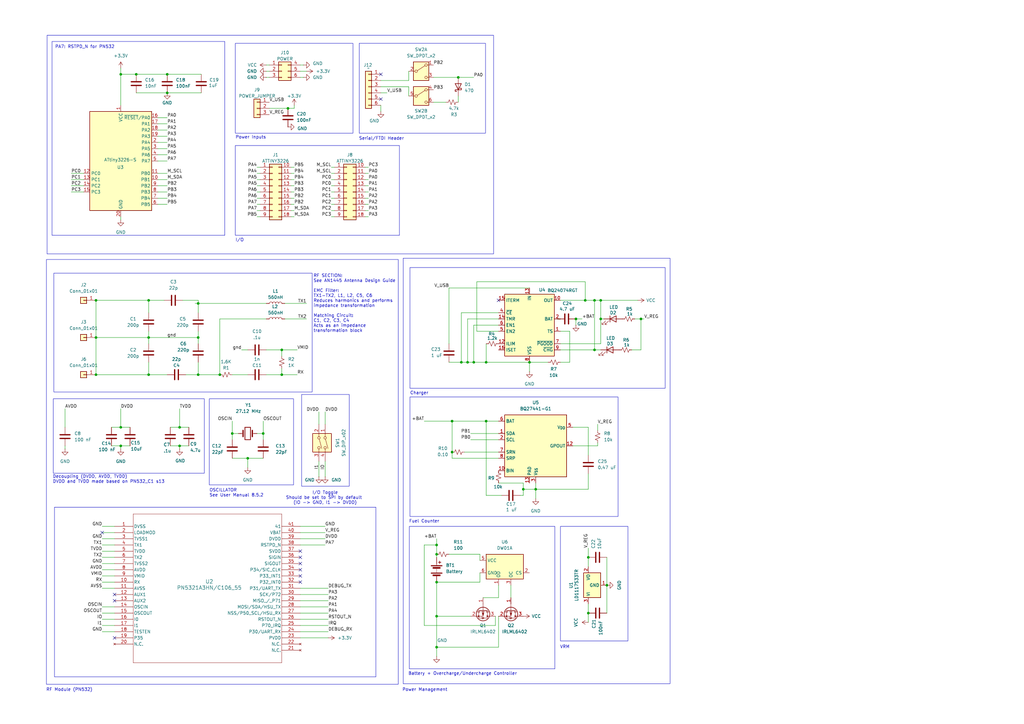
<source format=kicad_sch>
(kicad_sch (version 20231120) (generator "eeschema") (generator_version "8.0")
  (paper "A3")
  (junction (at 179.07 223.52))
  (junction (at 101.6 187.96))
  (junction (at 240.03 123.19))
  (junction (at 246.38 123.19))
  (junction (at 185.42 185.42))
  (junction (at 73.66 182.88))
  (junction (at 179.07 265.43))
  (junction (at 191.77 148.59))
  (junction (at 243.84 123.19))
  (junction (at 115.57 143.51))
  (junction (at 107.95 177.8))
  (junction (at 248.92 240.03))
  (junction (at 115.57 153.67))
  (junction (at 68.58 30.48))
  (junction (at 60.96 138.43))
  (junction (at 39.37 138.43))
  (junction (at 194.31 148.59))
  (junction (at 68.58 38.1))
  (junction (at 60.96 153.67))
  (junction (at 241.3 228.6))
  (junction (at 241.3 251.46))
  (junction (at 49.53 175.26))
  (junction (at 81.28 153.67))
  (junction (at 95.25 177.8))
  (junction (at 81.28 138.43))
  (junction (at 39.37 153.67))
  (junction (at 81.28 124.46))
  (junction (at 185.42 172.72))
  (junction (at 179.07 238.76))
  (junction (at 236.22 130.81))
  (junction (at 187.96 31.75))
  (junction (at 73.66 175.26))
  (junction (at 246.38 130.81))
  (junction (at 189.23 148.59))
  (junction (at 60.96 123.19))
  (junction (at 217.17 148.59))
  (junction (at 199.39 148.59))
  (junction (at 199.39 172.72))
  (junction (at 90.17 153.67))
  (junction (at 179.07 227.33))
  (junction (at 214.63 200.66))
  (junction (at 179.07 252.73))
  (junction (at 49.53 30.48))
  (junction (at 262.89 130.81))
  (junction (at 39.37 123.19))
  (junction (at 55.88 30.48))
  (junction (at 243.84 143.51))
  (junction (at 49.53 182.88))
  (junction (at 118.11 44.45))
  (junction (at 219.71 200.66))
  (no_connect (at 123.19 236.22))
  (no_connect (at 46.99 243.84))
  (no_connect (at 123.19 233.68))
  (no_connect (at 123.19 238.76))
  (no_connect (at 156.21 40.64))
  (no_connect (at 123.19 226.06))
  (no_connect (at 46.99 261.62))
  (no_connect (at 123.19 231.14))
  (no_connect (at 41.91 218.44))
  (no_connect (at 123.19 228.6))
  (no_connect (at 204.47 123.19))
  (no_connect (at 156.21 30.48))
  (no_connect (at 46.99 246.38))
  (wire (pts (xy 64.77 73.66) (xy 68.58 73.66)))
  (wire (pts (xy 95.25 187.96) (xy 101.6 187.96)))
  (wire (pts (xy 179.07 223.52) (xy 173.99 223.52)))
  (wire (pts (xy 60.96 148.59) (xy 60.96 153.67)))
  (wire (pts (xy 179.07 252.73) (xy 179.07 265.43)))
  (wire (pts (xy 135.89 78.74) (xy 137.16 78.74)))
  (wire (pts (xy 49.53 167.64) (xy 49.53 175.26)))
  (wire (pts (xy 105.41 73.66) (xy 106.68 73.66)))
  (wire (pts (xy 76.2 153.67) (xy 81.28 153.67)))
  (wire (pts (xy 73.66 182.88) (xy 73.66 184.15)))
  (wire (pts (xy 228.6 130.81) (xy 229.87 130.81)))
  (wire (pts (xy 173.99 223.52) (xy 173.99 256.54)))
  (wire (pts (xy 199.39 148.59) (xy 217.17 148.59)))
  (wire (pts (xy 45.72 182.88) (xy 49.53 182.88)))
  (wire (pts (xy 90.17 130.81) (xy 109.22 130.81)))
  (wire (pts (xy 241.3 228.6) (xy 241.3 224.79)))
  (wire (pts (xy 179.07 265.43) (xy 179.07 269.24)))
  (wire (pts (xy 135.89 86.36) (xy 137.16 86.36)))
  (wire (pts (xy 123.19 220.98) (xy 133.35 220.98)))
  (wire (pts (xy 68.58 38.1) (xy 82.55 38.1)))
  (wire (pts (xy 81.28 124.46) (xy 81.28 128.27)))
  (wire (pts (xy 123.19 248.92) (xy 134.62 248.92)))
  (wire (pts (xy 217.17 148.59) (xy 224.79 148.59)))
  (wire (pts (xy 80.01 124.46) (xy 81.28 124.46)))
  (wire (pts (xy 110.49 26.67) (xy 109.22 26.67)))
  (wire (pts (xy 151.13 68.58) (xy 149.86 68.58)))
  (wire (pts (xy 184.15 118.11) (xy 217.17 118.11)))
  (wire (pts (xy 219.71 198.12) (xy 219.71 200.66)))
  (wire (pts (xy 26.67 184.15) (xy 26.67 182.88)))
  (wire (pts (xy 60.96 123.19) (xy 39.37 123.19)))
  (wire (pts (xy 60.96 128.27) (xy 60.96 123.19)))
  (wire (pts (xy 214.63 200.66) (xy 219.71 200.66)))
  (wire (pts (xy 233.68 148.59) (xy 229.87 148.59)))
  (wire (pts (xy 95.25 177.8) (xy 95.25 180.34)))
  (wire (pts (xy 116.84 124.46) (xy 125.73 124.46)))
  (wire (pts (xy 184.15 140.97) (xy 184.15 118.11)))
  (wire (pts (xy 151.13 81.28) (xy 149.86 81.28)))
  (wire (pts (xy 246.38 123.19) (xy 246.38 130.81)))
  (wire (pts (xy 234.95 182.88) (xy 245.11 182.88)))
  (wire (pts (xy 39.37 138.43) (xy 39.37 153.67)))
  (wire (pts (xy 64.77 55.88) (xy 68.58 55.88)))
  (wire (pts (xy 120.65 76.2) (xy 119.38 76.2)))
  (wire (pts (xy 151.13 78.74) (xy 149.86 78.74)))
  (wire (pts (xy 123.19 241.3) (xy 134.62 241.3)))
  (wire (pts (xy 229.87 143.51) (xy 243.84 143.51)))
  (wire (pts (xy 199.39 140.97) (xy 199.39 148.59)))
  (wire (pts (xy 198.12 245.11) (xy 204.47 245.11)))
  (wire (pts (xy 81.28 138.43) (xy 81.28 140.97)))
  (wire (pts (xy 262.89 130.81) (xy 262.89 143.51)))
  (wire (pts (xy 99.06 143.51) (xy 101.6 143.51)))
  (wire (pts (xy 41.91 236.22) (xy 46.99 236.22)))
  (wire (pts (xy 120.65 86.36) (xy 119.38 86.36)))
  (wire (pts (xy 41.91 233.68) (xy 46.99 233.68)))
  (wire (pts (xy 240.03 115.57) (xy 240.03 123.19)))
  (wire (pts (xy 199.39 203.2) (xy 205.74 203.2)))
  (wire (pts (xy 41.91 226.06) (xy 46.99 226.06)))
  (wire (pts (xy 115.57 151.13) (xy 115.57 153.67)))
  (wire (pts (xy 151.13 83.82) (xy 149.86 83.82)))
  (wire (pts (xy 187.96 39.37) (xy 187.96 41.91)))
  (wire (pts (xy 39.37 153.67) (xy 60.96 153.67)))
  (wire (pts (xy 187.96 31.75) (xy 194.31 31.75)))
  (wire (pts (xy 241.3 175.26) (xy 234.95 175.26)))
  (wire (pts (xy 60.96 135.89) (xy 60.96 138.43)))
  (wire (pts (xy 243.84 143.51) (xy 243.84 123.19)))
  (wire (pts (xy 95.25 153.67) (xy 101.6 153.67)))
  (wire (pts (xy 193.04 177.8) (xy 204.47 177.8)))
  (wire (pts (xy 81.28 124.46) (xy 109.22 124.46)))
  (wire (pts (xy 196.85 227.33) (xy 196.85 229.87)))
  (wire (pts (xy 120.65 81.28) (xy 119.38 81.28)))
  (wire (pts (xy 191.77 148.59) (xy 194.31 148.59)))
  (wire (pts (xy 39.37 123.19) (xy 39.37 138.43)))
  (wire (pts (xy 41.91 231.14) (xy 46.99 231.14)))
  (wire (pts (xy 195.58 115.57) (xy 240.03 115.57)))
  (wire (pts (xy 204.47 198.12) (xy 214.63 198.12)))
  (wire (pts (xy 246.38 130.81) (xy 246.38 140.97)))
  (wire (pts (xy 49.53 30.48) (xy 49.53 43.18)))
  (wire (pts (xy 60.96 153.67) (xy 68.58 153.67)))
  (wire (pts (xy 41.91 220.98) (xy 46.99 220.98)))
  (wire (pts (xy 64.77 53.34) (xy 68.58 53.34)))
  (wire (pts (xy 135.89 76.2) (xy 137.16 76.2)))
  (wire (pts (xy 81.28 148.59) (xy 81.28 153.67)))
  (wire (pts (xy 105.41 76.2) (xy 106.68 76.2)))
  (wire (pts (xy 236.22 130.81) (xy 238.76 130.81)))
  (wire (pts (xy 97.79 177.8) (xy 95.25 177.8)))
  (wire (pts (xy 158.75 38.1) (xy 156.21 38.1)))
  (wire (pts (xy 189.23 128.27) (xy 204.47 128.27)))
  (wire (pts (xy 185.42 172.72) (xy 199.39 172.72)))
  (wire (pts (xy 199.39 172.72) (xy 204.47 172.72)))
  (wire (pts (xy 193.04 180.34) (xy 204.47 180.34)))
  (wire (pts (xy 64.77 81.28) (xy 68.58 81.28)))
  (wire (pts (xy 213.36 203.2) (xy 214.63 203.2)))
  (wire (pts (xy 101.6 187.96) (xy 107.95 187.96)))
  (wire (pts (xy 60.96 138.43) (xy 39.37 138.43)))
  (wire (pts (xy 109.22 143.51) (xy 115.57 143.51)))
  (wire (pts (xy 191.77 130.81) (xy 204.47 130.81)))
  (wire (pts (xy 135.89 73.66) (xy 137.16 73.66)))
  (wire (pts (xy 248.92 240.03) (xy 248.92 228.6)))
  (wire (pts (xy 69.85 175.26) (xy 73.66 175.26)))
  (wire (pts (xy 156.21 45.72) (xy 156.21 43.18)))
  (wire (pts (xy 260.35 130.81) (xy 262.89 130.81)))
  (wire (pts (xy 214.63 203.2) (xy 214.63 200.66)))
  (wire (pts (xy 194.31 133.35) (xy 194.31 148.59)))
  (wire (pts (xy 41.91 251.46) (xy 46.99 251.46)))
  (wire (pts (xy 41.91 259.08) (xy 46.99 259.08)))
  (wire (pts (xy 73.66 175.26) (xy 77.47 175.26)))
  (wire (pts (xy 233.68 135.89) (xy 229.87 135.89)))
  (wire (pts (xy 125.73 29.21) (xy 123.19 29.21)))
  (wire (pts (xy 45.72 175.26) (xy 49.53 175.26)))
  (wire (pts (xy 120.65 71.12) (xy 119.38 71.12)))
  (wire (pts (xy 120.65 68.58) (xy 119.38 68.58)))
  (wire (pts (xy 133.35 168.91) (xy 133.35 173.99)))
  (wire (pts (xy 29.21 76.2) (xy 34.29 76.2)))
  (wire (pts (xy 95.25 172.72) (xy 95.25 177.8)))
  (wire (pts (xy 123.19 218.44) (xy 133.35 218.44)))
  (wire (pts (xy 241.3 232.41) (xy 241.3 228.6)))
  (wire (pts (xy 124.46 31.75) (xy 123.19 31.75)))
  (wire (pts (xy 179.07 252.73) (xy 193.04 252.73)))
  (wire (pts (xy 236.22 130.81) (xy 236.22 133.35)))
  (wire (pts (xy 190.5 185.42) (xy 204.47 185.42)))
  (wire (pts (xy 26.67 167.64) (xy 26.67 175.26)))
  (wire (pts (xy 184.15 227.33) (xy 196.85 227.33)))
  (wire (pts (xy 68.58 30.48) (xy 82.55 30.48)))
  (wire (pts (xy 60.96 138.43) (xy 81.28 138.43)))
  (wire (pts (xy 130.81 189.23) (xy 130.81 195.58)))
  (wire (pts (xy 81.28 153.67) (xy 90.17 153.67)))
  (wire (pts (xy 120.65 73.66) (xy 119.38 73.66)))
  (wire (pts (xy 124.46 26.67) (xy 123.19 26.67)))
  (wire (pts (xy 241.3 255.27) (xy 241.3 251.46)))
  (wire (pts (xy 246.38 123.19) (xy 261.62 123.19)))
  (wire (pts (xy 241.3 194.31) (xy 241.3 200.66)))
  (wire (pts (xy 196.85 234.95) (xy 196.85 238.76)))
  (wire (pts (xy 105.41 83.82) (xy 106.68 83.82)))
  (wire (pts (xy 105.41 86.36) (xy 106.68 86.36)))
  (wire (pts (xy 123.19 243.84) (xy 134.62 243.84)))
  (wire (pts (xy 195.58 135.89) (xy 204.47 135.89)))
  (wire (pts (xy 204.47 245.11) (xy 204.47 240.03)))
  (wire (pts (xy 64.77 78.74) (xy 68.58 78.74)))
  (wire (pts (xy 195.58 135.89) (xy 195.58 115.57)))
  (wire (pts (xy 64.77 66.04) (xy 68.58 66.04)))
  (wire (pts (xy 262.89 130.81) (xy 264.16 130.81)))
  (wire (pts (xy 120.65 44.45) (xy 118.11 44.45)))
  (wire (pts (xy 41.91 241.3) (xy 46.99 241.3)))
  (wire (pts (xy 41.91 256.54) (xy 46.99 256.54)))
  (wire (pts (xy 115.57 143.51) (xy 115.57 146.05)))
  (wire (pts (xy 179.07 223.52) (xy 179.07 227.33)))
  (wire (pts (xy 248.92 251.46) (xy 248.92 240.03)))
  (wire (pts (xy 130.81 168.91) (xy 130.81 173.99)))
  (wire (pts (xy 74.93 123.19) (xy 81.28 123.19)))
  (wire (pts (xy 245.11 181.61) (xy 245.11 182.88)))
  (wire (pts (xy 189.23 128.27) (xy 189.23 148.59)))
  (wire (pts (xy 123.19 223.52) (xy 133.35 223.52)))
  (wire (pts (xy 123.19 261.62) (xy 134.62 261.62)))
  (wire (pts (xy 123.19 256.54) (xy 134.62 256.54)))
  (wire (pts (xy 64.77 63.5) (xy 68.58 63.5)))
  (wire (pts (xy 167.64 35.56) (xy 167.64 39.37)))
  (wire (pts (xy 241.3 200.66) (xy 219.71 200.66)))
  (wire (pts (xy 101.6 187.96) (xy 101.6 191.77)))
  (wire (pts (xy 49.53 27.94) (xy 49.53 30.48)))
  (wire (pts (xy 64.77 71.12) (xy 68.58 71.12)))
  (wire (pts (xy 133.35 189.23) (xy 133.35 195.58)))
  (wire (pts (xy 243.84 143.51) (xy 246.38 143.51)))
  (wire (pts (xy 151.13 73.66) (xy 149.86 73.66)))
  (wire (pts (xy 41.91 215.9) (xy 46.99 215.9)))
  (wire (pts (xy 90.17 153.67) (xy 90.17 130.81)))
  (wire (pts (xy 135.89 81.28) (xy 137.16 81.28)))
  (wire (pts (xy 185.42 185.42) (xy 185.42 172.72)))
  (wire (pts (xy 194.31 148.59) (xy 199.39 148.59)))
  (wire (pts (xy 151.13 76.2) (xy 149.86 76.2)))
  (wire (pts (xy 109.22 153.67) (xy 115.57 153.67)))
  (wire (pts (xy 55.88 30.48) (xy 68.58 30.48)))
  (wire (pts (xy 73.66 182.88) (xy 77.47 182.88)))
  (wire (pts (xy 49.53 30.48) (xy 55.88 30.48)))
  (wire (pts (xy 73.66 167.64) (xy 73.66 175.26)))
  (wire (pts (xy 49.53 182.88) (xy 53.34 182.88)))
  (wire (pts (xy 123.19 254) (xy 134.62 254)))
  (wire (pts (xy 214.63 198.12) (xy 214.63 200.66)))
  (wire (pts (xy 199.39 172.72) (xy 199.39 203.2)))
  (wire (pts (xy 156.21 35.56) (xy 167.64 35.56)))
  (wire (pts (xy 209.55 245.11) (xy 209.55 240.03)))
  (wire (pts (xy 41.91 254) (xy 46.99 254)))
  (wire (pts (xy 123.19 251.46) (xy 134.62 251.46)))
  (wire (pts (xy 29.21 73.66) (xy 34.29 73.66)))
  (wire (pts (xy 49.53 175.26) (xy 53.34 175.26)))
  (wire (pts (xy 105.41 78.74) (xy 106.68 78.74)))
  (wire (pts (xy 191.77 130.81) (xy 191.77 148.59)))
  (wire (pts (xy 55.88 38.1) (xy 68.58 38.1)))
  (wire (pts (xy 135.89 71.12) (xy 137.16 71.12)))
  (wire (pts (xy 241.3 251.46) (xy 241.3 247.65)))
  (wire (pts (xy 241.3 186.69) (xy 241.3 175.26)))
  (wire (pts (xy 123.19 215.9) (xy 133.35 215.9)))
  (wire (pts (xy 64.77 76.2) (xy 68.58 76.2)))
  (wire (pts (xy 105.41 177.8) (xy 107.95 177.8)))
  (wire (pts (xy 81.28 123.19) (xy 81.28 124.46)))
  (wire (pts (xy 247.65 130.81) (xy 246.38 130.81)))
  (wire (pts (xy 120.65 83.82) (xy 119.38 83.82)))
  (wire (pts (xy 120.65 78.74) (xy 119.38 78.74)))
  (wire (pts (xy 204.47 265.43) (xy 179.07 265.43)))
  (wire (pts (xy 240.03 123.19) (xy 243.84 123.19)))
  (wire (pts (xy 179.07 220.98) (xy 179.07 223.52)))
  (wire (pts (xy 179.07 238.76) (xy 196.85 238.76)))
  (wire (pts (xy 29.21 71.12) (xy 34.29 71.12)))
  (wire (pts (xy 41.91 223.52) (xy 46.99 223.52)))
  (wire (pts (xy 189.23 148.59) (xy 191.77 148.59)))
  (wire (pts (xy 151.13 86.36) (xy 149.86 86.36)))
  (wire (pts (xy 120.65 88.9) (xy 119.38 88.9)))
  (wire (pts (xy 167.64 33.02) (xy 167.64 29.21)))
  (wire (pts (xy 109.22 29.21) (xy 110.49 29.21)))
  (wire (pts (xy 179.07 227.33) (xy 179.07 228.6)))
  (wire (pts (xy 204.47 187.96) (xy 185.42 187.96)))
  (wire (pts (xy 64.77 48.26) (xy 68.58 48.26)))
  (wire (pts (xy 105.41 71.12) (xy 106.68 71.12)))
  (wire (pts (xy 259.08 143.51) (xy 262.89 143.51)))
  (wire (pts (xy 64.77 58.42) (xy 68.58 58.42)))
  (wire (pts (xy 151.13 88.9) (xy 149.86 88.9)))
  (wire (pts (xy 64.77 60.96) (xy 68.58 60.96)))
  (wire (pts (xy 105.41 88.9) (xy 106.68 88.9)))
  (wire (pts (xy 60.96 140.97) (xy 60.96 138.43)))
  (wire (pts (xy 151.13 71.12) (xy 149.86 71.12)))
  (wire (pts (xy 41.91 228.6) (xy 46.99 228.6)))
  (wire (pts (xy 81.28 135.89) (xy 81.28 138.43)))
  (wire (pts (xy 123.19 259.08) (xy 134.62 259.08)))
  (wire (pts (xy 41.91 248.92) (xy 46.99 248.92)))
  (wire (pts (xy 105.41 81.28) (xy 106.68 81.28)))
  (wire (pts (xy 120.65 43.18) (xy 120.65 44.45)))
  (wire (pts (xy 229.87 123.19) (xy 240.03 123.19)))
  (wire (pts (xy 194.31 133.35) (xy 204.47 133.35)))
  (wire (pts (xy 156.21 33.02) (xy 167.64 33.02)))
  (wire (pts (xy 246.38 140.97) (xy 229.87 140.97)))
  (wire (pts (xy 67.31 123.19) (xy 60.96 123.19)))
  (wire (pts (xy 123.19 246.38) (xy 134.62 246.38)))
  (wire (pts (xy 49.53 182.88) (xy 49.53 184.15)))
  (wire (pts (xy 105.41 68.58) (xy 106.68 68.58)))
  (wire (pts (xy 41.91 218.44) (xy 46.99 218.44)))
  (wire (pts (xy 177.8 41.91) (xy 182.88 41.91)))
  (wire (pts (xy 245.11 173.99) (xy 245.11 176.53)))
  (wire (pts (xy 203.2 256.54) (xy 173.99 256.54)))
  (wire (pts (xy 184.15 148.59) (xy 189.23 148.59)))
  (wire (pts (xy 64.77 83.82) (xy 68.58 83.82)))
  (wire (pts (xy 49.53 90.17) (xy 49.53 88.9)))
  (wire (pts (xy 243.84 123.19) (xy 246.38 123.19)))
  (wire (pts (xy 121.92 143.51) (xy 115.57 143.51)))
  (wire (pts (xy 107.95 177.8) (xy 107.95 180.34)))
  (wire (pts (xy 109.22 31.75) (xy 110.49 31.75)))
  (wire (pts (xy 115.57 153.67) (xy 121.92 153.67)))
  (wire (pts (xy 177.8 31.75) (xy 187.96 31.75)))
  (wire (pts (xy 233.68 135.89) (xy 233.68 148.59)))
  (wire (pts (xy 135.89 83.82) (xy 137.16 83.82)))
  (wire (pts (xy 185.42 187.96) (xy 185.42 185.42)))
  (wire (pts (xy 173.99 172.72) (xy 185.42 172.72)))
  (wire (pts (xy 41.91 238.76) (xy 46.99 238.76)))
  (wire (pts (xy 203.2 256.54) (xy 203.2 252.73)))
  (wire (pts (xy 69.85 182.88) (xy 73.66 182.88)))
  (wire (pts (xy 219.71 200.66) (xy 219.71 204.47)))
  (wire (pts (xy 64.77 50.8) (xy 68.58 50.8)))
  (wire (pts (xy 29.21 78.74) (xy 34.29 78.74)))
  (wire (pts (xy 217.17 148.59) (xy 217.17 152.4)))
  (wire (pts (xy 118.11 44.45) (xy 110.49 44.45)))
  (wire (pts (xy 179.07 238.76) (xy 179.07 252.73)))
  (wire (pts (xy 135.89 68.58) (xy 137.16 68.58)))
  (wire (pts (xy 204.47 252.73) (xy 204.47 265.43)))
  (wire (pts (xy 135.89 88.9) (xy 137.16 88.9)))
  (wire (pts (xy 116.84 130.81) (xy 125.73 130.81)))
  (wire (pts (xy 107.95 172.72) (xy 107.95 177.8)))
  (rectangle (start 19.05 106.426) (end 163.322 280.67))
  (rectangle (start 22.352 208.026) (end 154.178 277.622))
  (rectangle (start 143.256 161.798) (end 123.698 199.39))
  (rectangle (start 168.148 162.814) (end 253.492 211.836))
  (rectangle (start 165.354 105.918) (end 274.828 280.416))
  (rectangle (start 96.52 59.69) (end 163.83 96.52))
  (rectangle (start 167.894 215.9) (end 227.584 274.32))
  (rectangle (start 21.844 163.576) (end 83.82 194.056))
  (rectangle (start 21.336 17.018) (end 92.202 96.52))
  (rectangle (start 229.87 262.89) (end 257.556 215.9))
  (rectangle (start 19.304 14.478) (end 202.438 104.14))
  (rectangle (start 22.098 112.014) (end 128.016 160.782))
  (rectangle (start 96.52 17.78) (end 144.78 54.61))
  (rectangle (start 168.148 109.728) (end 272.796 159.258))
  (rectangle (start 147.32 17.78) (end 199.136 54.61))
  (rectangle (start 85.852 163.576) (end 120.396 198.882))
  (text "OSCILLATOR\nSee User Manual 8.5.2\n" (at 85.852 202.184 0) (effects (font (size 1.27 1.27)) (justify left)))
  (text "RF SECTION: \nSee AN1445 Antenna Design Guide\n\nEMC Filter: \nTX1-TX2, L1, L2, C5, C6\nReduces harmonics and performs \nimpedance transformation\n\nMatching Circuit:\nC1, C2, C3, C4\nActs as an impedance \ntransformation block" (at 128.524 124.46 0) (effects (font (size 1.27 1.27)) (justify left)))
  (text "Charger" (at 171.958 161.29 0) (effects (font (size 1.27 1.27))))
  (text "Battery + Overcharge/Undercharge Controller" (at 189.738 276.352 0) (effects (font (size 1.27 1.27))))
  (text "I/O Toggle\nShould be set to SPI by default \n(IO -> GND, I1 -> DVDD)" (at 133.35 204.216 0) (effects (font (size 1.27 1.27))))
  (text "Decoupling (DVDD, AVDD, TVDD)\nDVDD and TVDD made based on PN532_C1 s13" (at 21.59 196.596 0) (effects (font (size 1.27 1.27)) (justify left)))
  (text "Power Management" (at 174.244 282.956 0) (effects (font (size 1.27 1.27))))
  (text "I/O\n" (at 98.298 98.552 0) (effects (font (size 1.27 1.27))))
  (text "Fuel Counter" (at 173.99 213.868 0) (effects (font (size 1.27 1.27))))
  (text "RF Module (PN532)" (at 28.448 282.956 0) (effects (font (size 1.27 1.27))))
  (text "PA7: RSTPD_N for PN532" (at 34.798 19.304 0) (effects (font (size 1.27 1.27))))
  (text "Serial/FTDI Header" (at 156.464 56.896 0) (effects (font (size 1.27 1.27))))
  (text "VRM" (at 231.648 265.43 0) (effects (font (size 1.27 1.27))))
  (text "Power Inputs" (at 102.87 56.388 0) (effects (font (size 1.27 1.27))))
  (label "PB2" (at 68.58 76.2 0))
  (label "PB2" (at 177.8 26.67 0))
  (label "VMID" (at 121.92 143.51 0))
  (label "TVDD" (at 41.91 226.06 180))
  (label "PA4" (at 105.41 68.58 180))
  (label "PC3" (at 29.21 78.74 0))
  (label "PA5" (at 105.41 73.66 180))
  (label "PB5" (at 68.58 83.82 0))
  (label "AVSS" (at 41.91 241.3 180))
  (label "GND" (at 41.91 231.14 180))
  (label "V_USB" (at 110.49 41.91 0))
  (label "PB2" (at 120.65 83.82 0))
  (label "PA7" (at 105.41 86.36 180))
  (label "M_SDA" (at 120.65 88.9 0))
  (label "RX" (at 41.91 238.76 180))
  (label "PB2" (at 120.65 81.28 0))
  (label "PA0" (at 151.13 71.12 0))
  (label "IO" (at 41.91 254 180))
  (label "TX1" (at 41.91 223.52 180))
  (label "PA6" (at 105.41 81.28 180))
  (label "OSCIN" (at 95.25 172.72 180))
  (label "PA4" (at 68.58 58.42 0))
  (label "TX2" (at 41.91 228.6 180))
  (label "DVDD" (at 130.81 168.91 180))
  (label "PB5" (at 105.41 88.9 180))
  (label "DVDD" (at 133.35 168.91 0))
  (label "gnd" (at 99.06 143.51 180))
  (label "PA2" (at 151.13 83.82 0))
  (label "PC0" (at 135.89 76.2 180))
  (label "DEBUG_RX" (at 134.62 259.08 0))
  (label "GND" (at 133.35 215.9 0))
  (label "V_REG" (at 133.35 218.44 0))
  (label "PA7" (at 68.58 66.04 0))
  (label "PA1" (at 151.13 76.2 0))
  (label "PC3" (at 151.13 68.58 0))
  (label "DVDD" (at 133.35 220.98 0))
  (label "PA6" (at 68.58 63.5 0))
  (label "PC2" (at 135.89 83.82 180))
  (label "VMID" (at 41.91 236.22 180))
  (label "V_REG" (at 264.16 130.81 0))
  (label "M_SCL" (at 68.58 71.12 0))
  (label "PA2" (at 134.62 246.38 0))
  (label "PA7" (at 105.41 83.82 180))
  (label "V_REG" (at 245.11 173.99 0))
  (label "PC0" (at 29.21 71.12 0))
  (label "PA0" (at 194.31 31.75 0))
  (label "IO" (at 133.35 190.5 270))
  (label "PB4" (at 120.65 71.12 0))
  (label "M_SDA" (at 120.65 86.36 0))
  (label "DVDD" (at 49.53 167.64 0))
  (label "PA4" (at 134.62 251.46 0))
  (label "PB4" (at 120.65 73.66 0))
  (label "V_USB" (at 158.75 38.1 0))
  (label "PA1" (at 68.58 50.8 0))
  (label "PB0" (at 193.04 180.34 180))
  (label "PA1" (at 151.13 78.74 0))
  (label "PB1" (at 193.04 177.8 180))
  (label "TVDD" (at 73.66 167.64 0))
  (label "AVDD" (at 26.67 167.64 0))
  (label "PB3" (at 177.8 36.83 0))
  (label "DEBUG_TX" (at 134.62 241.3 0))
  (label "OSCIN" (at 41.91 248.92 180))
  (label "GND" (at 41.91 215.9 180))
  (label "PA4" (at 105.41 71.12 180))
  (label "TX2" (at 125.73 130.81 180))
  (label "TX1" (at 125.73 124.46 180))
  (label "PC0" (at 135.89 73.66 180))
  (label "GND" (at 41.91 259.08 180))
  (label "PB4" (at 68.58 81.28 0))
  (label "PC1" (at 135.89 81.28 180))
  (label "RX" (at 121.92 153.67 0))
  (label "PB3" (at 68.58 78.74 0))
  (label "AVDD" (at 41.91 233.68 180))
  (label "PA3" (at 134.62 243.84 0))
  (label "V_REG" (at 241.3 224.79 90))
  (label "PC3" (at 135.89 88.9 180))
  (label "PB5" (at 120.65 68.58 0))
  (label "I1" (at 130.81 190.5 270))
  (label "+BAT" (at 173.99 172.72 180))
  (label "M_SCL" (at 135.89 68.58 180))
  (label "V_REG" (at 110.49 46.99 0))
  (label "PA7" (at 133.35 223.52 0))
  (label "PA3" (at 68.58 55.88 0))
  (label "V_USB" (at 184.15 118.11 180))
  (label "IRQ" (at 134.62 256.54 0))
  (label "+BAT" (at 179.07 220.98 180))
  (label "M_SDA" (at 68.58 73.66 0))
  (label "PA0" (at 151.13 73.66 0))
  (label "OSCOUT" (at 41.91 251.46 180))
  (label "PC2" (at 135.89 86.36 180))
  (label "RSTOUT_N" (at 134.62 254 0))
  (label "PA0" (at 68.58 48.26 0))
  (label "I1" (at 41.91 256.54 180))
  (label "PA2" (at 151.13 81.28 0))
  (label "PA6" (at 105.41 78.74 180))
  (label "PB3" (at 120.65 76.2 0))
  (label "PC2" (at 29.21 76.2 0))
  (label "PA5" (at 105.41 76.2 180))
  (label "PC1" (at 135.89 78.74 180))
  (label "PA3" (at 151.13 86.36 0))
  (label "PC1" (at 29.21 73.66 0))
  (label "gnd" (at 68.58 138.43 0))
  (label "OSCOUT" (at 107.95 172.72 0))
  (label "+BAT" (at 238.76 130.81 0))
  (label "PA2" (at 68.58 53.34 0))
  (label "PB3" (at 120.65 78.74 0))
  (label "PA5" (at 68.58 60.96 0))
  (label "M_SCL" (at 135.89 71.12 180))
  (label "PA3" (at 151.13 88.9 0))
  (label "PA1" (at 134.62 248.92 0))
  (label "GND" (at 41.91 220.98 180))
  (symbol (lib_id "Device:R_Small_US") (at 256.54 143.51 90) (unit 1)
    (property "Reference" "R6" (at 256.794 139.446 90))
    (property "Value" "1k" (at 257.048 141.478 90))
    (property "Description" "Resistor, small US symbol" (effects (hide yes)))
  )
  (symbol (lib_id "Device:C") (at 209.55 203.2 90) (unit 1)
    (property "Reference" "C17" (at 209.55 206.756 90))
    (property "Value" "1 uF" (at 209.804 209.042 90))
    (property "Description" "Unpolarized capacitor" (effects (hide yes)))
  )
  (symbol (lib_id "power:GND") (at 73.66 184.15 0) (unit 1)
    (property "Reference" "#PWR021" (effects (hide yes)))
    (property "Value" "GND" (at 73.914 188.976 0))
    (property "Description" "Power symbol creates a global label with name \"GND\" , ground" (effects (hide yes)))
  )
  (symbol (lib_id "Device:C") (at 26.67 179.07 0) (unit 1)
    (property "Reference" "C8" (at 30.48 177.7999 0) (effects (justify left)))
    (property "Value" "100 nF" (at 30.48 180.3399 0) (effects (justify left)))
    (property "Footprint" "Capacitor_SMD:C_0805_2012Metric_Pad1.18x1.45mm_HandSolder" (effects (hide yes)))
    (property "Description" "Unpolarized capacitor" (effects (hide yes)))
  )
  (symbol (lib_id "Device:C") (at 60.96 132.08 0) (mirror y) (unit 1)
    (property "Reference" "C1" (at 54.61 130.81 0))
    (property "Value" "200p" (at 54.61 133.35 0))
    (property "Footprint" "Capacitor_SMD:C_0805_2012Metric_Pad1.18x1.45mm_HandSolder" (effects (hide yes)))
    (property "Description" "Unpolarized capacitor" (effects (hide yes)))
  )
  (symbol (lib_id "Device:C") (at 81.28 132.08 0) (mirror y) (unit 1)
    (property "Reference" "C5" (at 74.93 130.81 0))
    (property "Value" "220p" (at 74.93 133.35 0))
    (property "Footprint" "Capacitor_SMD:C_0805_2012Metric_Pad1.18x1.45mm_HandSolder" (effects (hide yes)))
    (property "Description" "Unpolarized capacitor" (effects (hide yes)))
  )
  (symbol (lib_id "power:GND") (at 26.67 184.15 0) (unit 1)
    (property "Reference" "#PWR01" (effects (hide yes)))
    (property "Value" "GND" (at 26.67 189.23 0))
    (property "Description" "Power symbol creates a global label with name \"GND\" , ground" (effects (hide yes)))
  )
  (symbol (lib_id "Device:C") (at 55.88 34.29 0) (unit 1)
    (property "Reference" "C16" (at 59.436 32.766 0) (effects (justify left)))
    (property "Value" "10nF" (at 59.436 35.306 0) (effects (justify left)))
    (property "Footprint" "Capacitor_SMD:C_0805_2012Metric_Pad1.18x1.45mm_HandSolder" (effects (hide yes)))
    (property "Description" "Unpolarized capacitor" (effects (hide yes)))
  )
  (symbol (lib_id "power:GND") (at 156.21 45.72 0) (unit 1)
    (property "Reference" "#PWR025" (effects (hide yes)))
    (property "Value" "GND" (at 155.575 49.53 0) (effects (justify right)))
  )
  (symbol (lib_id "Connector_Generic:Conn_02x03_Top_Bottom") (at 115.57 29.21 0) (unit 1)
    (property "Reference" "J10" (at 116.84 21.59 0))
    (property "Value" "POWER" (at 116.84 24.13 0))
    (property "Footprint" "Connector_PinSocket_2.54mm:PinSocket_2x03_P2.54mm_Vertical" (effects (hide yes)))
  )
  (symbol (lib_id "power:+3.3V") (at 134.62 261.62 270) (unit 1)
    (property "Reference" "#PWR05" (effects (hide yes)))
    (property "Value" "+3.3V" (at 138.43 261.6199 90) (effects (justify left)))
    (property "Description" "Power symbol creates a global label with name \"+3.3V\"" (effects (hide yes)))
  )
  (symbol (lib_id "MCU_Microchip_ATtiny:ATtiny3226-S") (at 49.53 66.04 0) (unit 1)
    (property "Reference" "U3" (at 48.006 68.58 0) (effects (justify left)))
    (property "Value" "ATtiny3226-S" (at 42.672 65.532 0) (effects (justify left)))
    (property "Footprint" "Package_SO:SOIC-20W_7.5x12.8mm_P1.27mm" (effects (hide yes)))
    (property "Datasheet" "https://ww1.microchip.com/downloads/en/DeviceDoc/ATtiny3224-3226-3227-Data-Sheet-DS40002345A.pdf" (effects (hide yes)))
    (property "Description" "20MHz, 32kB Flash, 3kB SRAM, 256B EEPROM, SOIC-20" (effects (hide yes)))
  )
  (symbol (lib_id "Device:R_Small_US") (at 92.71 153.67 90) (mirror x) (unit 1)
    (property "Reference" "R1" (at 92.71 150.876 90))
    (property "Value" "1.6K" (at 92.71 148.336 90))
    (property "Footprint" "Resistor_SMD:R_0805_2012Metric_Pad1.20x1.40mm_HandSolder" (effects (hide yes)))
    (property "Description" "Resistor, small US symbol" (effects (hide yes)))
  )
  (symbol (lib_id "power:VCC") (at 109.22 26.67 90) (unit 1)
    (property "Reference" "#PWR06" (effects (hide yes)))
    (property "Value" "VCC" (at 105.41 26.67 90) (effects (justify left)))
  )
  (symbol (lib_id "Device:C") (at 71.12 123.19 90) (unit 1)
    (property "Reference" "C3" (at 71.12 115.57 90))
    (property "Value" "22p" (at 71.12 118.11 90))
    (property "Footprint" "Capacitor_SMD:C_0805_2012Metric_Pad1.18x1.45mm_HandSolder" (effects (hide yes)))
    (property "Description" "Unpolarized capacitor" (effects (hide yes)))
  )
  (symbol (lib_id "Connector_Generic:Conn_02x09_Top_Bottom") (at 142.24 78.74 0) (unit 1)
    (property "Reference" "J8" (at 143.51 63.5 0))
    (property "Value" "ATTINY3226" (at 143.51 66.04 0))
    (property "Footprint" "Connector_PinSocket_2.54mm:PinSocket_2x09_P2.54mm_Vertical" (effects (hide yes)))
  )
  (symbol (lib_id "Orb_library:PN5321A3HN_C106_55") (at 46.99 215.9 0) (unit 1)
    (property "Reference" "U2" (at 85.852 238.506 0) (effects (font (size 1.524 1.524))))
    (property "Value" "PN5321A3HN/C106_55" (at 85.852 241.046 0) (effects (font (size 1.524 1.524))))
    (property "Footprint" "PN532:QFN40G-0.5-6X6MM" (effects (hide yes)))
    (property "Datasheet" "PN5321A3HN/C106_55" (effects (hide yes)))
  )
  (symbol (lib_id "power:+3.3V") (at 120.65 43.18 0) (unit 1)
    (property "Reference" "#PWR018" (effects (hide yes)))
    (property "Value" "+3.3V" (at 120.65 39.37 0))
  )
  (symbol (lib_id "Device:R_Small_US") (at 185.42 41.91 90) (unit 1)
    (property "Reference" "R3" (at 186.182 46.99 90))
    (property "Value" "4.7k" (at 186.182 44.45 90))
    (property "Description" "Resistor, small US symbol" (effects (hide yes)))
  )
  (symbol (lib_id "Device:C") (at 77.47 179.07 0) (unit 1)
    (property "Reference" "C9" (at 77.978 182.118 0) (effects (justify left)))
    (property "Value" "4.7u" (at 77.978 184.658 0) (effects (justify left)))
    (property "Footprint" "Capacitor_SMD:C_0805_2012Metric_Pad1.18x1.45mm_HandSolder" (effects (hide yes)))
    (property "Description" "Unpolarized capacitor" (effects (hide yes)))
  )
  (symbol (lib_id "power:GND") (at 101.6 191.77 0) (unit 1)
    (property "Reference" "#PWR019" (effects (hide yes)))
    (property "Value" "GND" (at 101.6 196.85 0))
    (property "Description" "Power symbol creates a global label with name \"GND\" , ground" (effects (hide yes)))
  )
  (symbol (lib_id "Device:C") (at 184.15 144.78 180) (unit 1)
    (property "Reference" "C23" (at 176.784 143.256 0) (effects (justify right)))
    (property "Value" "1 uF" (at 176.784 145.796 0) (effects (justify right)))
    (property "Description" "Unpolarized capacitor" (effects (hide yes)))
  )
  (symbol (lib_id "power:GND") (at 124.46 31.75 90) (unit 1)
    (property "Reference" "#PWR015" (effects (hide yes)))
    (property "Value" "GND" (at 128.27 31.75 90) (effects (justify right)))
  )
  (symbol (lib_id "Device:C") (at 118.11 48.26 0) (unit 1)
    (property "Reference" "C20" (at 121.666 46.736 0) (effects (justify left)))
    (property "Value" "100nF" (at 121.666 49.276 0) (effects (justify left)))
    (property "Footprint" "Capacitor_SMD:C_0805_2012Metric_Pad1.18x1.45mm_HandSolder" (effects (hide yes)))
    (property "Description" "Unpolarized capacitor" (effects (hide yes)))
  )
  (symbol (lib_id "power:GND") (at 133.35 195.58 0) (unit 1)
    (property "Reference" "#PWR023" (effects (hide yes)))
    (property "Value" "GND" (at 135.89 196.8499 0) (effects (justify left)))
    (property "Description" "Power symbol creates a global label with name \"GND\" , ground" (effects (hide yes)))
  )
  (symbol (lib_id "Switch:SW_DPDT_x2") (at 172.72 29.21 0) (unit 1)
    (property "Reference" "SW2" (at 172.72 20.32 0))
    (property "Value" "SW_DPDT_x2" (at 172.72 22.86 0))
    (property "Description" "Switch, dual pole double throw, separate symbols" (effects (hide yes)))
  )
  (symbol (lib_id "power:GND") (at 49.53 184.15 0) (unit 1)
    (property "Reference" "#PWR020" (effects (hide yes)))
    (property "Value" "GND" (at 49.53 189.23 0))
    (property "Description" "Power symbol creates a global label with name \"GND\" , ground" (effects (hide yes)))
  )
  (symbol (lib_id "Device:C") (at 45.72 179.07 0) (unit 1)
    (property "Reference" "C14" (at 41.656 181.864 0) (effects (justify left)))
    (property "Value" "100 nF" (at 40.386 184.404 0) (effects (justify left)))
    (property "Footprint" "Capacitor_SMD:C_0805_2012Metric_Pad1.18x1.45mm_HandSolder" (effects (hide yes)))
    (property "Description" "Unpolarized capacitor" (effects (hide yes)))
  )
  (symbol (lib_id "power:GND") (at 49.53 90.17 0) (unit 1)
    (property "Reference" "#PWR012" (effects (hide yes)))
    (property "Value" "GND" (at 49.53 95.25 0))
    (property "Description" "Power symbol creates a global label with name \"GND\" , ground" (effects (hide yes)))
  )
  (symbol (lib_id "Device:Crystal") (at 101.6 177.8 0) (unit 1)
    (property "Reference" "Y1" (at 101.854 166.116 0))
    (property "Value" "27.12 MHz" (at 101.854 168.656 0))
    (property "Description" "Two pin crystal" (effects (hide yes)))
  )
  (symbol (lib_name "VCC_1") (lib_id "power:VCC") (at 261.62 123.19 270) (unit 1)
    (property "Reference" "#PWR027" (effects (hide yes)))
    (property "Value" "VCC" (at 266.954 123.19 90))
    (property "Description" "Power symbol creates a global label with name \"VCC\"" (effects (hide yes)))
  )
  (symbol (lib_id "Device:C") (at 53.34 179.07 0) (unit 1)
    (property "Reference" "C15" (at 53.594 181.61 0) (effects (justify left)))
    (property "Value" "10uF" (at 53.594 184.15 0) (effects (justify left)))
    (property "Footprint" "Capacitor_SMD:C_0805_2012Metric_Pad1.18x1.45mm_HandSolder" (effects (hide yes)))
    (property "Description" "Unpolarized capacitor" (effects (hide yes)))
  )
  (symbol (lib_id "power:GND") (at 179.07 269.24 0) (unit 1)
    (property "Reference" "#PWR028" (effects (hide yes)))
    (property "Value" "GND" (at 181.356 262.636 0))
    (property "Description" "Power symbol creates a global label with name \"GND\" , ground" (effects (hide yes)))
  )
  (symbol (lib_id "power:GND") (at 130.81 195.58 0) (unit 1)
    (property "Reference" "#PWR022" (effects (hide yes)))
    (property "Value" "GND" (at 124.968 196.85 0) (effects (justify left)))
    (property "Description" "Power symbol creates a global label with name \"GND\" , ground" (effects (hide yes)))
  )
  (symbol (lib_id "Connector_Generic:Conn_01x06") (at 151.13 35.56 0) (mirror y) (unit 1)
    (property "Reference" "J12" (at 150.876 26.67 0))
    (property "Value" "~" (at 151.13 27.94 0))
    (property "Footprint" "Connector_PinHeader_2.54mm:PinHeader_1x06_P2.54mm_Horizontal" (effects (hide yes)))
  )
  (symbol (lib_id "Switch:SW_DPDT_x2") (at 172.72 39.37 0) (unit 2)
    (property "Reference" "SW2" (at 172.72 45.466 0))
    (property "Value" "SW_DPDT_x2" (at 172.72 48.006 0))
    (property "Description" "Switch, dual pole double throw, separate symbols" (effects (hide yes)))
  )
  (symbol (lib_id "Device:R_Small_US") (at 181.61 227.33 90) (unit 1)
    (property "Reference" "R11" (at 187.96 222.25 90))
    (property "Value" "100" (at 187.96 224.79 90))
    (property "Description" "Resistor, small US symbol" (effects (hide yes)))
  )
  (symbol (lib_id "Device:R_Small_US") (at 245.11 179.07 0) (unit 1)
    (property "Reference" "R8" (at 247.65 177.7999 0) (effects (justify left)))
    (property "Value" "10k" (at 247.65 180.3399 0) (effects (justify left)))
    (property "Description" "Resistor, small US symbol" (effects (hide yes)))
  )
  (symbol (lib_id "Device:C") (at 81.28 144.78 0) (mirror y) (unit 1)
    (property "Reference" "C6" (at 75.184 140.97 0))
    (property "Value" "220p" (at 75.184 143.51 0))
    (property "Footprint" "Capacitor_SMD:C_0805_2012Metric_Pad1.18x1.45mm_HandSolder" (effects (hide yes)))
    (property "Description" "Unpolarized capacitor" (effects (hide yes)))
  )
  (symbol (lib_id "Device:C") (at 245.11 228.6 90) (unit 1)
    (property "Reference" "C22" (at 243.332 225.044 0) (effects (justify left)))
    (property "Value" "10uF" (at 245.872 225.298 0) (effects (justify left)))
    (property "Footprint" "Capacitor_SMD:C_0805_2012Metric_Pad1.18x1.45mm_HandSolder" (effects (hide yes)))
    (property "Description" "Unpolarized capacitor" (effects (hide yes)))
  )
  (symbol (lib_id "Device:R_Small_US") (at 204.47 195.58 0) (unit 1)
    (property "Reference" "R9" (at 200.152 196.088 0) (effects (justify left)))
    (property "Value" "10k" (at 202.438 199.644 0) (effects (justify left)))
    (property "Description" "Resistor, small US symbol" (effects (hide yes)))
  )
  (symbol (lib_id "Device:C") (at 245.11 251.46 90) (unit 1)
    (property "Reference" "C21" (at 243.586 257.81 0) (effects (justify left)))
    (property "Value" "100nF" (at 246.38 260.604 0) (effects (justify left)))
    (property "Footprint" "Capacitor_SMD:C_0805_2012Metric_Pad1.18x1.45mm_HandSolder" (effects (hide yes)))
    (property "Description" "Unpolarized capacitor" (effects (hide yes)))
  )
  (symbol (lib_id "Connector_Generic:Conn_01x01") (at 34.29 123.19 180) (unit 1)
    (property "Reference" "J2" (at 34.29 116.84 0))
    (property "Value" "Conn_01x01" (at 34.29 119.38 0))
    (property "Footprint" "Connector_PinHeader_2.54mm:PinHeader_1x01_P2.54mm_Vertical" (effects (hide yes)))
    (property "Description" "Generic connector, single row, 01x01, script generated (kicad-library-utils/schlib/autogen/connector/)" (effects (hide yes)))
  )
  (symbol (lib_id "Connector_Generic:Conn_01x01") (at 34.29 153.67 180) (unit 1)
    (property "Reference" "J6" (at 34.29 147.32 0))
    (property "Value" "Conn_01x01" (at 34.29 149.86 0))
    (property "Footprint" "Connector_PinHeader_2.54mm:PinHeader_1x01_P2.54mm_Vertical" (effects (hide yes)))
    (property "Description" "Generic connector, single row, 01x01, script generated (kicad-library-utils/schlib/autogen/connector/)" (effects (hide yes)))
  )
  (symbol (lib_id "Device:L") (at 113.03 124.46 90) (unit 1)
    (property "Reference" "L1" (at 113.03 119.38 90))
    (property "Value" "560nH" (at 113.03 121.92 90))
    (property "Footprint" "Inductor_SMD:L_0805_2012Metric_Pad1.15x1.40mm_HandSolder" (effects (hide yes)))
    (property "Description" "Inductor" (effects (hide yes)))
  )
  (symbol (lib_id "power:GND") (at 118.11 52.07 90) (unit 1)
    (property "Reference" "#PWR016" (effects (hide yes)))
    (property "Value" "GND" (at 121.92 52.705 90) (effects (justify right)))
  )
  (symbol (lib_id "Device:C") (at 232.41 130.81 90) (unit 1)
    (property "Reference" "C24" (at 232.664 124.46 90))
    (property "Value" "4.7 uF" (at 232.664 126.746 90))
    (property "Description" "Unpolarized capacitor" (effects (hide yes)))
  )
  (symbol (lib_id "Regulator_Linear:LD1117S33TR_SOT223") (at 241.3 240.03 90) (unit 1)
    (property "Reference" "U1" (at 234.188 240.03 0))
    (property "Value" "LD1117S33TR" (at 236.474 240.03 0))
    (property "Footprint" "Package_TO_SOT_SMD:SOT-223-3_TabPin2" (effects (hide yes)))
    (property "Datasheet" "http://www.st.com/st-web-ui/static/active/en/resource/technical/document/datasheet/CD00000544.pdf" (effects (hide yes)))
  )
  (symbol (lib_id "Device:R_Small_US") (at 201.93 140.97 90) (unit 1)
    (property "Reference" "R4" (at 201.676 136.906 90))
    (property "Value" "1.2k" (at 201.93 138.684 90))
    (property "Description" "Resistor, small US symbol" (effects (hide yes)))
  )
  (symbol (lib_id "Connector_Generic:Conn_02x09_Top_Bottom") (at 111.76 78.74 0) (unit 1)
    (property "Reference" "J1" (at 113.03 63.5 0))
    (property "Value" "ATTINY3226" (at 113.03 66.04 0))
    (property "Footprint" "Connector_PinSocket_2.54mm:PinSocket_2x09_P2.54mm_Vertical" (effects (hide yes)))
  )
  (symbol (lib_id "power:GND") (at 109.22 31.75 270) (mirror x) (unit 1)
    (property "Reference" "#PWR09" (effects (hide yes)))
    (property "Value" "GND" (at 105.41 31.75 90) (effects (justify right)))
  )
  (symbol (lib_id "Device:C") (at 107.95 184.15 0) (unit 1)
    (property "Reference" "C13" (at 113.03 182.8799 0) (effects (justify left)))
    (property "Value" "22pF" (at 113.03 185.4199 0) (effects (justify left)))
    (property "Footprint" "Capacitor_SMD:C_0805_2012Metric_Pad1.18x1.45mm_HandSolder" (effects (hide yes)))
    (property "Description" "Unpolarized capacitor" (effects (hide yes)))
  )
  (symbol (lib_id "Device:L") (at 113.03 130.81 90) (unit 1)
    (property "Reference" "L2" (at 112.776 125.73 90))
    (property "Value" "560nH" (at 113.03 128.27 90))
    (property "Footprint" "Inductor_SMD:L_0805_2012Metric_Pad1.15x1.40mm_HandSolder" (effects (hide yes)))
    (property "Description" "Inductor" (effects (hide yes)))
  )
  (symbol (lib_id "power:GND") (at 217.17 152.4 0) (unit 1)
    (property "Reference" "#PWR010" (effects (hide yes)))
    (property "Value" "GND" (at 217.17 157.48 0))
    (property "Description" "Power symbol creates a global label with name \"GND\" , ground" (effects (hide yes)))
  )
  (symbol (lib_id "Battery_Management:BQ27441-G1") (at 219.71 182.88 0) (unit 1)
    (property "Reference" "U5" (at 219.71 165.1 0))
    (property "Value" "BQ27441-G1" (at 219.71 167.64 0))
    (property "Footprint" "Package_SON:Texas_S-PDSO-N12" (effects (hide yes)))
    (property "Datasheet" "http://www.ti.com/lit/ds/symlink/bq27441-g1.pdf" (effects (hide yes)))
    (property "Description" "System Side Li Ion/Polymer Fuel Gauge, PDSON-12" (effects (hide yes)))
  )
  (symbol (lib_id "Connector_Generic:Conn_01x01") (at 34.29 138.43 180) (unit 1)
    (property "Reference" "J3" (at 34.29 132.08 0))
    (property "Value" "Conn_01x01" (at 34.29 134.62 0))
    (property "Footprint" "Connector_PinHeader_2.54mm:PinHeader_1x01_P2.54mm_Vertical" (effects (hide yes)))
    (property "Description" "Generic connector, single row, 01x01, script generated (kicad-library-utils/schlib/autogen/connector/)" (effects (hide yes)))
  )
  (symbol (lib_name "VCC_1") (lib_id "power:VCC") (at 214.63 252.73 270) (unit 1)
    (property "Reference" "#PWR07" (effects (hide yes)))
    (property "Value" "VCC" (at 219.964 252.73 90))
    (property "Description" "Power symbol creates a global label with name \"VCC\"" (effects (hide yes)))
  )
  (symbol (lib_id "power:GND") (at 68.58 38.1 0) (unit 1)
    (property "Reference" "#PWR013" (effects (hide yes)))
    (property "Value" "GND" (at 68.58 42.164 0))
    (property "Description" "Power symbol creates a global label with name \"GND\" , ground" (effects (hide yes)))
  )
  (symbol (lib_id "power:GND") (at 248.92 240.03 90) (unit 1)
    (property "Reference" "#PWR03" (effects (hide yes)))
    (property "Value" "GND" (at 254 240.03 0))
  )
  (symbol (lib_id "Device:C") (at 105.41 153.67 90) (mirror x) (unit 1)
    (property "Reference" "C11" (at 105.41 149.86 90))
    (property "Value" "1n" (at 105.41 147.32 90))
    (property "Footprint" "Capacitor_SMD:C_0805_2012Metric_Pad1.18x1.45mm_HandSolder" (effects (hide yes)))
    (property "Description" "Unpolarized capacitor" (effects (hide yes)))
  )
  (symbol (lib_id "Device:C") (at 69.85 179.07 0) (unit 1)
    (property "Reference" "C7" (at 67.056 182.372 0) (effects (justify left)))
    (property "Value" ".1u" (at 67.056 184.912 0) (effects (justify left)))
    (property "Footprint" "Capacitor_SMD:C_0805_2012Metric_Pad1.18x1.45mm_HandSolder" (effects (hide yes)))
    (property "Description" "Unpolarized capacitor" (effects (hide yes)))
  )
  (symbol (lib_id "power:+3.3V") (at 125.73 29.21 270) (unit 1)
    (property "Reference" "#PWR017" (effects (hide yes)))
    (property "Value" "+3.3V" (at 129.54 29.21 90) (effects (justify left)))
  )
  (symbol (lib_id "Connector_Generic:Conn_01x03") (at 105.41 44.45 0) (mirror y) (unit 1)
    (property "Reference" "J9" (at 105.41 36.83 0))
    (property "Value" "POWER_JUMPER" (at 105.41 39.37 0))
    (property "Footprint" "Connector_PinHeader_2.54mm:PinHeader_1x03_P2.54mm_Vertical" (effects (hide yes)))
  )
  (symbol (lib_id "Battery_Management:DW01A") (at 207.01 232.41 0) (unit 1)
    (property "Reference" "U6" (at 207.01 222.25 0))
    (property "Value" "DW01A" (at 207.01 224.79 0))
    (property "Footprint" "Package_TO_SOT_SMD:SOT-23-6" (effects (hide yes)))
    (property "Datasheet" "https://hmsemi.com/downfile/DW01A.PDF" (effects (hide yes)))
    (property "Description" "Overcharge, overcurrent and overdischarge protection IC for single cell lithium-ion/polymer battery" (effects (hide yes)))
  )
  (symbol (lib_id "Switch:SW_DIP_x02") (at 130.81 181.61 270) (unit 1)
    (property "Reference" "SW1" (at 138.43 181.61 0))
    (property "Value" "SW_DIP_x02" (at 140.97 181.61 0))
    (property "Description" "2x DIP Switch, Single Pole Single Throw (SPST) switch, small symbol" (effects (hide yes)))
  )
  (symbol (lib_id "power:GND") (at 236.22 133.35 0) (unit 1)
    (property "Reference" "#PWR029" (effects (hide yes)))
    (property "Value" "GND" (at 238.76 132.842 0))
    (property "Description" "Power symbol creates a global label with name \"GND\" , ground" (effects (hide yes)))
  )
  (symbol (lib_id "Device:R_Small_US") (at 187.96 185.42 90) (unit 1)
    (property "Reference" "R10" (at 181.61 183.896 90))
    (property "Value" "0.10" (at 181.61 186.436 90))
    (property "Description" "Resistor, small US symbol" (effects (hide yes)))
  )
  (symbol (lib_id "Transistor_FET:IRLML6402") (at 209.55 250.19 270) (unit 1)
    (property "Reference" "Q2" (at 209.55 256.54 90))
    (property "Value" "IRLML6402" (at 211.074 259.08 90))
    (property "Footprint" "Package_TO_SOT_SMD:SOT-23" (effects (hide yes)))
    (property "Datasheet" "https://www.infineon.com/dgdl/irlml6402pbf.pdf?fileId=5546d462533600a401535668d5c2263c" (effects (hide yes)))
    (property "Description" "-3.7A Id, -20V Vds, 65mOhm Rds, P-Channel HEXFET Power MOSFET, SOT-23" (effects (hide yes)))
  )
  (symbol (lib_id "Device:C") (at 241.3 190.5 0) (unit 1)
    (property "Reference" "C25" (at 245.11 189.2299 0) (effects (justify left)))
    (property "Value" "0.47 uF" (at 245.11 191.7699 0) (effects (justify left)))
    (property "Description" "Unpolarized capacitor" (effects (hide yes)))
  )
  (symbol (lib_id "Battery_Management:BQ24074RGT") (at 217.17 133.35 0) (unit 1)
    (property "Reference" "U4" (at 220.98 118.872 0) (effects (justify left)))
    (property "Value" "BQ24074RGT" (at 224.536 119.126 0) (effects (justify left)))
    (property "Footprint" "Package_DFN_QFN:VQFN-16-1EP_3x3mm_P0.5mm_EP1.6x1.6mm" (effects (hide yes)))
    (property "Datasheet" "http://www.ti.com/lit/ds/symlink/bq24074.pdf" (effects (hide yes)))
    (property "Description" "USB-Friendly Li-Ion Battery Charger and Power-Path Management, VQFN-16" (effects (hide yes)))
  )
  (symbol (lib_id "Transistor_FET:IRLML6402") (at 198.12 250.19 270) (unit 1)
    (property "Reference" "Q1" (at 198.12 256.54 90))
    (property "Value" "IRLML6402" (at 198.12 259.08 90))
    (property "Footprint" "Package_TO_SOT_SMD:SOT-23" (effects (hide yes)))
    (property "Datasheet" "https://www.infineon.com/dgdl/irlml6402pbf.pdf?fileId=5546d462533600a401535668d5c2263c" (effects (hide yes)))
    (property "Description" "-3.7A Id, -20V Vds, 65mOhm Rds, P-Channel HEXFET Power MOSFET, SOT-23" (effects (hide yes)))
  )
  (symbol (lib_id "Device:R_Small_US") (at 227.33 148.59 90) (unit 1)
    (property "Reference" "R7" (at 227.076 151.384 90))
    (property "Value" "10k" (at 227.076 153.924 90))
    (property "Description" "Resistor, small US symbol" (effects (hide yes)))
  )
  (symbol (lib_id "Device:C") (at 95.25 184.15 0) (unit 1)
    (property "Reference" "C12" (at 86.868 182.88 0) (effects (justify left)))
    (property "Value" "22pF" (at 86.868 185.42 0) (effects (justify left)))
    (property "Footprint" "Capacitor_SMD:C_0805_2012Metric_Pad1.18x1.45mm_HandSolder" (effects (hide yes)))
    (property "Description" "Unpolarized capacitor" (effects (hide yes)))
  )
  (symbol (lib_id "Device:C") (at 72.39 153.67 90) (mirror x) (unit 1)
    (property "Reference" "C4" (at 72.39 149.86 90))
    (property "Value" "22p" (at 72.39 147.32 90))
    (property "Footprint" "Capacitor_SMD:C_0805_2012Metric_Pad1.18x1.45mm_HandSolder" (effects (hide yes)))
    (property "Description" "Unpolarized capacitor" (effects (hide yes)))
  )
  (symbol (lib_id "Device:LED") (at 251.46 130.81 0) (unit 1)
    (property "Reference" "D2" (at 251.46 128.27 0))
    (property "Value" "LED" (at 251.714 125.984 0))
    (property "Footprint" "LED_SMD:LED_0805_2012Metric_Pad1.15x1.40mm_HandSolder" (effects (hide yes)))
    (property "Description" "Light emitting diode" (effects (hide yes)))
  )
  (symbol (lib_id "Device:R_Small_US") (at 257.81 130.81 90) (unit 1)
    (property "Reference" "R5" (at 258.064 126.746 90))
    (property "Value" "1k" (at 258.318 128.778 90))
    (property "Description" "Resistor, small US symbol" (effects (hide yes)))
  )
  (symbol (lib_id "Device:LED") (at 250.19 143.51 0) (unit 1)
    (property "Reference" "D3" (at 250.19 140.97 0))
    (property "Value" "LED" (at 250.444 138.684 0))
    (property "Footprint" "LED_SMD:LED_0805_2012Metric_Pad1.15x1.40mm_HandSolder" (effects (hide yes)))
    (property "Description" "Light emitting diode" (effects (hide yes)))
  )
  (symbol (lib_id "power:+3.3V") (at 49.53 27.94 0) (unit 1)
    (property "Reference" "#PWR011" (effects (hide yes)))
    (property "Value" "+3.3V" (at 49.53 22.86 0))
    (property "Description" "Power symbol creates a global label with name \"+3.3V\"" (effects (hide yes)))
  )
  (symbol (lib_id "power:GND") (at 124.46 26.67 90) (unit 1)
    (property "Reference" "#PWR014" (effects (hide yes)))
    (property "Value" "GND" (at 128.27 26.035 90) (effects (justify right)))
  )
  (symbol (lib_id "power:GND") (at 109.22 29.21 270) (unit 1)
    (property "Reference" "#PWR08" (effects (hide yes)))
    (property "Value" "GND" (at 105.41 29.21 90) (effects (justify right)))
  )
  (symbol (lib_name "VCC_1") (lib_id "power:VCC") (at 241.3 255.27 90) (unit 1)
    (property "Reference" "#PWR02" (effects (hide yes)))
    (property "Value" "VCC" (at 236.22 255.27 0))
    (property "Description" "Power symbol creates a global label with name \"VCC\"" (effects (hide yes)))
  )
  (symbol (lib_id "Device:C") (at 105.41 143.51 270) (unit 1)
    (property "Reference" "C10" (at 105.41 135.89 90))
    (property "Value" ".1u" (at 105.41 138.43 90))
    (property "Footprint" "Capacitor_SMD:C_0805_2012Metric_Pad1.18x1.45mm_HandSolder" (effects (hide yes)))
    (property "Description" "Unpolarized capacitor" (effects (hide yes)))
  )
  (symbol (lib_id "Device:C") (at 68.58 34.29 0) (unit 1)
    (property "Reference" "C18" (at 72.136 32.766 0) (effects (justify left)))
    (property "Value" "100nF" (at 72.136 35.306 0) (effects (justify left)))
    (property "Footprint" "Capacitor_SMD:C_0805_2012Metric_Pad1.18x1.45mm_HandSolder" (effects (hide yes)))
    (property "Description" "Unpolarized capacitor" (effects (hide yes)))
  )
  (symbol (lib_id "Device:Battery") (at 179.07 233.68 0) (unit 1)
    (property "Reference" "BT1" (at 182.88 231.8384 0) (effects (justify left)))
    (property "Value" "Battery" (at 182.88 234.3784 0) (effects (justify left)))
    (property "Footprint" "Battery:BatteryHolder_Keystone_2460_1xAA" (effects (hide yes)))
    (property "Description" "Multiple-cell battery" (effects (hide yes)))
  )
  (symbol (lib_id "Device:D_Schottky") (at 187.96 35.56 90) (unit 1)
    (property "Reference" "D1" (at 190.5 34.6074 90) (effects (justify right)))
    (property "Value" "470" (at 190.5 37.1474 90) (effects (justify right)))
    (property "Description" "Schottky diode" (effects (hide yes)))
  )
  (symbol (lib_id "power:GND") (at 219.71 204.47 0) (unit 1)
    (property "Reference" "#PWR04" (effects (hide yes)))
    (property "Value" "GND" (at 219.71 209.55 0))
    (property "Description" "Power symbol creates a global label with name \"GND\" , ground" (effects (hide yes)))
  )
  (symbol (lib_id "Device:C") (at 82.55 34.29 0) (unit 1)
    (property "Reference" "C19" (at 85.852 32.766 0) (effects (justify left)))
    (property "Value" "1uF" (at 85.598 35.052 0) (effects (justify left)))
    (property "Footprint" "Capacitor_SMD:C_0805_2012Metric_Pad1.18x1.45mm_HandSolder" (effects (hide yes)))
    (property "Description" "Unpolarized capacitor" (effects (hide yes)))
  )
  (symbol (lib_id "Device:C") (at 60.96 144.78 0) (mirror y) (unit 1)
    (property "Reference" "C2" (at 54.61 143.51 0))
    (property "Value" "200p" (at 54.61 146.05 0))
    (property "Footprint" "Capacitor_SMD:C_0805_2012Metric_Pad1.18x1.45mm_HandSolder" (effects (hide yes)))
    (property "Description" "Unpolarized capacitor" (effects (hide yes)))
  )
  (symbol (lib_id "Device:R_Small_US") (at 115.57 148.59 0) (unit 1)
    (property "Reference" "R2" (at 118.11 147.3199 0) (effects (justify left)))
    (property "Value" "1K" (at 118.11 149.8599 0) (effects (justify left)))
    (property "Footprint" "Resistor_SMD:R_0805_2012Metric_Pad1.20x1.40mm_HandSolder" (effects (hide yes)))
    (property "Description" "Resistor, small US symbol" (effects (hide yes)))
  )
)
</source>
